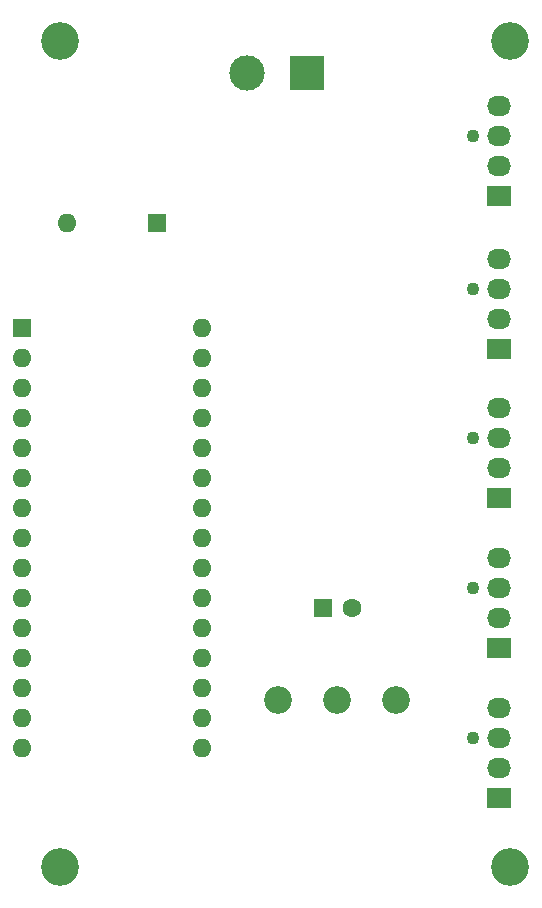
<source format=gbr>
%TF.GenerationSoftware,KiCad,Pcbnew,7.0.7*%
%TF.CreationDate,2024-01-02T15:01:12+01:00*%
%TF.ProjectId,fan-control,66616e2d-636f-46e7-9472-6f6c2e6b6963,rev?*%
%TF.SameCoordinates,Original*%
%TF.FileFunction,Soldermask,Bot*%
%TF.FilePolarity,Negative*%
%FSLAX46Y46*%
G04 Gerber Fmt 4.6, Leading zero omitted, Abs format (unit mm)*
G04 Created by KiCad (PCBNEW 7.0.7) date 2024-01-02 15:01:12*
%MOMM*%
%LPD*%
G01*
G04 APERTURE LIST*
%ADD10C,3.200000*%
%ADD11R,1.600000X1.600000*%
%ADD12O,1.600000X1.600000*%
%ADD13R,3.000000X3.000000*%
%ADD14C,3.000000*%
%ADD15C,2.340000*%
%ADD16C,1.100000*%
%ADD17R,2.030000X1.730000*%
%ADD18O,2.030000X1.730000*%
%ADD19C,1.600000*%
G04 APERTURE END LIST*
D10*
%TO.C,H2*%
X158160000Y-62000000D03*
%TD*%
D11*
%TO.C,SW1*%
X128227500Y-77470000D03*
D12*
X120607500Y-77470000D03*
%TD*%
D10*
%TO.C,H4*%
X120000000Y-132000000D03*
%TD*%
%TO.C,H1*%
X120000000Y-62000000D03*
%TD*%
D13*
%TO.C,J6*%
X140970000Y-64770000D03*
D14*
X135890000Y-64770000D03*
%TD*%
D10*
%TO.C,H3*%
X158160000Y-132000000D03*
%TD*%
D15*
%TO.C,RV1*%
X138510000Y-117856000D03*
X143510000Y-117856000D03*
X148510000Y-117856000D03*
%TD*%
D11*
%TO.C,A1*%
X116840000Y-86360000D03*
D12*
X116840000Y-88900000D03*
X116840000Y-91440000D03*
X116840000Y-93980000D03*
X116840000Y-96520000D03*
X116840000Y-99060000D03*
X116840000Y-101600000D03*
X116840000Y-104140000D03*
X116840000Y-106680000D03*
X116840000Y-109220000D03*
X116840000Y-111760000D03*
X116840000Y-114300000D03*
X116840000Y-116840000D03*
X116840000Y-119380000D03*
X116840000Y-121920000D03*
X132080000Y-121920000D03*
X132080000Y-119380000D03*
X132080000Y-116840000D03*
X132080000Y-114300000D03*
X132080000Y-111760000D03*
X132080000Y-109220000D03*
X132080000Y-106680000D03*
X132080000Y-104140000D03*
X132080000Y-101600000D03*
X132080000Y-99060000D03*
X132080000Y-96520000D03*
X132080000Y-93980000D03*
X132080000Y-91440000D03*
X132080000Y-88900000D03*
X132080000Y-86360000D03*
%TD*%
D16*
%TO.C,J2*%
X155020000Y-108300000D03*
D17*
X157180000Y-113380000D03*
D18*
X157180000Y-110840000D03*
X157180000Y-108300000D03*
X157180000Y-105760000D03*
%TD*%
D11*
%TO.C,C1*%
X142280000Y-109996000D03*
D19*
X144780000Y-109996000D03*
%TD*%
D16*
%TO.C,J4*%
X155020000Y-83048000D03*
D17*
X157180000Y-88128000D03*
D18*
X157180000Y-85588000D03*
X157180000Y-83048000D03*
X157180000Y-80508000D03*
%TD*%
D16*
%TO.C,J5*%
X155020000Y-70104000D03*
D17*
X157180000Y-75184000D03*
D18*
X157180000Y-72644000D03*
X157180000Y-70104000D03*
X157180000Y-67564000D03*
%TD*%
D16*
%TO.C,J1*%
X155020000Y-121000000D03*
D17*
X157180000Y-126080000D03*
D18*
X157180000Y-123540000D03*
X157180000Y-121000000D03*
X157180000Y-118460000D03*
%TD*%
D16*
%TO.C,J3*%
X155020000Y-95600000D03*
D17*
X157180000Y-100680000D03*
D18*
X157180000Y-98140000D03*
X157180000Y-95600000D03*
X157180000Y-93060000D03*
%TD*%
M02*

</source>
